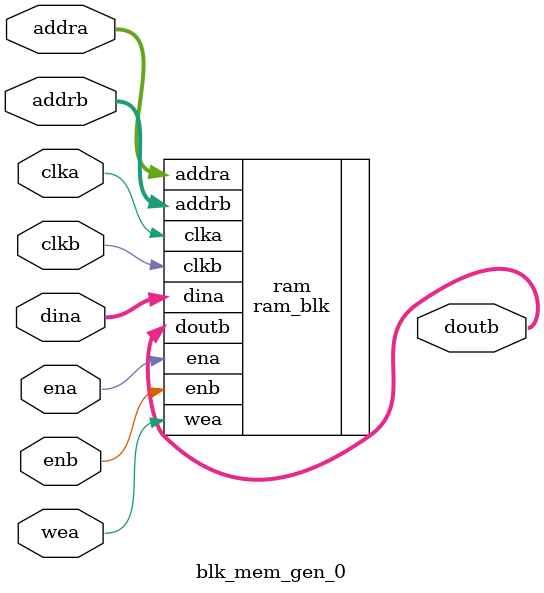
<source format=v>
`timescale 1ns / 1ps

module blk_mem_gen_0 #(
    parameter ADDR_BITS = 5,
    parameter DATA_BITS = 32
)
(
    input [(ADDR_BITS - 1):0] addra,
    input clka,
    input [(DATA_BITS - 1):0] dina,
    input ena,
    input wea,

    input [(ADDR_BITS - 1):0] addrb,
    input clkb,
    output [(DATA_BITS - 1):0] doutb,
    input enb
);
    ram_blk #(
        .ADDR_BITS(ADDR_BITS),
        .DATA_BITS(DATA_BITS)
    ) ram (
        .addra(addra),
        .clka(clka),
        .dina(dina),
        .ena(ena),
        .wea(wea),
        .addrb(addrb),
        .clkb(clkb),
        .doutb(doutb),
        .enb(enb)
    );

endmodule
</source>
